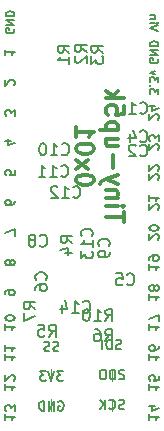
<source format=gbr>
G04 #@! TF.GenerationSoftware,KiCad,Pcbnew,5.0.1-33cea8e~66~ubuntu18.04.1*
G04 #@! TF.CreationDate,2018-10-18T22:19:59+02:00*
G04 #@! TF.ProjectId,Tiny-up5k,54696E792D7570356B2E6B696361645F,rev?*
G04 #@! TF.SameCoordinates,Original*
G04 #@! TF.FileFunction,Legend,Bot*
G04 #@! TF.FilePolarity,Positive*
%FSLAX46Y46*%
G04 Gerber Fmt 4.6, Leading zero omitted, Abs format (unit mm)*
G04 Created by KiCad (PCBNEW 5.0.1-33cea8e~66~ubuntu18.04.1) date do 18 okt 2018 22:19:59 CEST*
%MOMM*%
%LPD*%
G01*
G04 APERTURE LIST*
%ADD10C,0.300000*%
%ADD11C,0.175000*%
%ADD12C,0.200000*%
%ADD13C,0.120000*%
%ADD14C,0.150000*%
G04 APERTURE END LIST*
D10*
X154750428Y-114735857D02*
X154750428Y-113878714D01*
X153250428Y-114307285D02*
X154750428Y-114307285D01*
X153250428Y-113378714D02*
X154250428Y-113378714D01*
X154750428Y-113378714D02*
X154679000Y-113450142D01*
X154607571Y-113378714D01*
X154679000Y-113307285D01*
X154750428Y-113378714D01*
X154607571Y-113378714D01*
X154250428Y-112664428D02*
X153250428Y-112664428D01*
X154107571Y-112664428D02*
X154179000Y-112593000D01*
X154250428Y-112450142D01*
X154250428Y-112235857D01*
X154179000Y-112093000D01*
X154036142Y-112021571D01*
X153250428Y-112021571D01*
X154250428Y-111450142D02*
X153250428Y-111093000D01*
X154250428Y-110735857D02*
X153250428Y-111093000D01*
X152893285Y-111235857D01*
X152821857Y-111307285D01*
X152750428Y-111450142D01*
X153821857Y-110164428D02*
X153821857Y-109021571D01*
X154250428Y-107664428D02*
X153250428Y-107664428D01*
X154250428Y-108307285D02*
X153464714Y-108307285D01*
X153321857Y-108235857D01*
X153250428Y-108093000D01*
X153250428Y-107878714D01*
X153321857Y-107735857D01*
X153393285Y-107664428D01*
X154250428Y-106950142D02*
X152750428Y-106950142D01*
X154179000Y-106950142D02*
X154250428Y-106807285D01*
X154250428Y-106521571D01*
X154179000Y-106378714D01*
X154107571Y-106307285D01*
X153964714Y-106235857D01*
X153536142Y-106235857D01*
X153393285Y-106307285D01*
X153321857Y-106378714D01*
X153250428Y-106521571D01*
X153250428Y-106807285D01*
X153321857Y-106950142D01*
X154750428Y-104878714D02*
X154750428Y-105593000D01*
X154036142Y-105664428D01*
X154107571Y-105593000D01*
X154179000Y-105450142D01*
X154179000Y-105093000D01*
X154107571Y-104950142D01*
X154036142Y-104878714D01*
X153893285Y-104807285D01*
X153536142Y-104807285D01*
X153393285Y-104878714D01*
X153321857Y-104950142D01*
X153250428Y-105093000D01*
X153250428Y-105450142D01*
X153321857Y-105593000D01*
X153393285Y-105664428D01*
X153250428Y-104164428D02*
X154750428Y-104164428D01*
X153821857Y-104021571D02*
X153250428Y-103593000D01*
X154250428Y-103593000D02*
X153679000Y-104164428D01*
X152200428Y-111200142D02*
X152200428Y-111057285D01*
X152129000Y-110914428D01*
X152057571Y-110843000D01*
X151914714Y-110771571D01*
X151629000Y-110700142D01*
X151271857Y-110700142D01*
X150986142Y-110771571D01*
X150843285Y-110843000D01*
X150771857Y-110914428D01*
X150700428Y-111057285D01*
X150700428Y-111200142D01*
X150771857Y-111343000D01*
X150843285Y-111414428D01*
X150986142Y-111485857D01*
X151271857Y-111557285D01*
X151629000Y-111557285D01*
X151914714Y-111485857D01*
X152057571Y-111414428D01*
X152129000Y-111343000D01*
X152200428Y-111200142D01*
X150700428Y-110200142D02*
X151700428Y-109414428D01*
X151700428Y-110200142D02*
X150700428Y-109414428D01*
X152200428Y-108557285D02*
X152200428Y-108414428D01*
X152129000Y-108271571D01*
X152057571Y-108200142D01*
X151914714Y-108128714D01*
X151629000Y-108057285D01*
X151271857Y-108057285D01*
X150986142Y-108128714D01*
X150843285Y-108200142D01*
X150771857Y-108271571D01*
X150700428Y-108414428D01*
X150700428Y-108557285D01*
X150771857Y-108700142D01*
X150843285Y-108771571D01*
X150986142Y-108843000D01*
X151271857Y-108914428D01*
X151629000Y-108914428D01*
X151914714Y-108843000D01*
X152057571Y-108771571D01*
X152129000Y-108700142D01*
X152200428Y-108557285D01*
X150700428Y-106628714D02*
X150700428Y-107485857D01*
X150700428Y-107057285D02*
X152200428Y-107057285D01*
X151986142Y-107200142D01*
X151843285Y-107343000D01*
X151771857Y-107485857D01*
D11*
X145390000Y-98332433D02*
X145423333Y-98399100D01*
X145423333Y-98499100D01*
X145390000Y-98599100D01*
X145323333Y-98665766D01*
X145256666Y-98699100D01*
X145123333Y-98732433D01*
X145023333Y-98732433D01*
X144890000Y-98699100D01*
X144823333Y-98665766D01*
X144756666Y-98599100D01*
X144723333Y-98499100D01*
X144723333Y-98432433D01*
X144756666Y-98332433D01*
X144790000Y-98299100D01*
X145023333Y-98299100D01*
X145023333Y-98432433D01*
X144723333Y-97999100D02*
X145423333Y-97999100D01*
X144723333Y-97599100D01*
X145423333Y-97599100D01*
X144723333Y-97265766D02*
X145423333Y-97265766D01*
X145423333Y-97099100D01*
X145390000Y-96999100D01*
X145323333Y-96932433D01*
X145256666Y-96899100D01*
X145123333Y-96865766D01*
X145023333Y-96865766D01*
X144890000Y-96899100D01*
X144823333Y-96932433D01*
X144756666Y-96999100D01*
X144723333Y-97099100D01*
X144723333Y-97265766D01*
D12*
X144678095Y-100110528D02*
X144678095Y-100567671D01*
X144678095Y-100339100D02*
X145478095Y-100339100D01*
X145363809Y-100415290D01*
X145287619Y-100491480D01*
X145249523Y-100567671D01*
X145401904Y-103107671D02*
X145440000Y-103069576D01*
X145478095Y-102993385D01*
X145478095Y-102802909D01*
X145440000Y-102726719D01*
X145401904Y-102688623D01*
X145325714Y-102650528D01*
X145249523Y-102650528D01*
X145135238Y-102688623D01*
X144678095Y-103145766D01*
X144678095Y-102650528D01*
X154781119Y-127247690D02*
X154666833Y-127209595D01*
X154476357Y-127209595D01*
X154400166Y-127247690D01*
X154362071Y-127285785D01*
X154323976Y-127361976D01*
X154323976Y-127438166D01*
X154362071Y-127514357D01*
X154400166Y-127552452D01*
X154476357Y-127590547D01*
X154628738Y-127628642D01*
X154704928Y-127666738D01*
X154743023Y-127704833D01*
X154781119Y-127781023D01*
X154781119Y-127857214D01*
X154743023Y-127933404D01*
X154704928Y-127971500D01*
X154628738Y-128009595D01*
X154438261Y-128009595D01*
X154323976Y-127971500D01*
X153981119Y-127209595D02*
X153981119Y-128009595D01*
X153790642Y-128009595D01*
X153676357Y-127971500D01*
X153600166Y-127895309D01*
X153562071Y-127819119D01*
X153523976Y-127666738D01*
X153523976Y-127552452D01*
X153562071Y-127400071D01*
X153600166Y-127323880D01*
X153676357Y-127247690D01*
X153790642Y-127209595D01*
X153981119Y-127209595D01*
X153028738Y-128009595D02*
X152876357Y-128009595D01*
X152800166Y-127971500D01*
X152723976Y-127895309D01*
X152685880Y-127742928D01*
X152685880Y-127476261D01*
X152723976Y-127323880D01*
X152800166Y-127247690D01*
X152876357Y-127209595D01*
X153028738Y-127209595D01*
X153104928Y-127247690D01*
X153181119Y-127323880D01*
X153219214Y-127476261D01*
X153219214Y-127742928D01*
X153181119Y-127895309D01*
X153104928Y-127971500D01*
X153028738Y-128009595D01*
D11*
X157615333Y-98515766D02*
X156915333Y-98282433D01*
X157615333Y-98049100D01*
X156915333Y-97815766D02*
X157382000Y-97815766D01*
X157615333Y-97815766D02*
X157582000Y-97849100D01*
X157548666Y-97815766D01*
X157582000Y-97782433D01*
X157615333Y-97815766D01*
X157548666Y-97815766D01*
X157382000Y-97482433D02*
X156915333Y-97482433D01*
X157315333Y-97482433D02*
X157348666Y-97449100D01*
X157382000Y-97382433D01*
X157382000Y-97282433D01*
X157348666Y-97215766D01*
X157282000Y-97182433D01*
X156915333Y-97182433D01*
X157582000Y-100872433D02*
X157615333Y-100939100D01*
X157615333Y-101039100D01*
X157582000Y-101139100D01*
X157515333Y-101205766D01*
X157448666Y-101239100D01*
X157315333Y-101272433D01*
X157215333Y-101272433D01*
X157082000Y-101239100D01*
X157015333Y-101205766D01*
X156948666Y-101139100D01*
X156915333Y-101039100D01*
X156915333Y-100972433D01*
X156948666Y-100872433D01*
X156982000Y-100839100D01*
X157215333Y-100839100D01*
X157215333Y-100972433D01*
X156915333Y-100539100D02*
X157615333Y-100539100D01*
X156915333Y-100139100D01*
X157615333Y-100139100D01*
X156915333Y-99805766D02*
X157615333Y-99805766D01*
X157615333Y-99639100D01*
X157582000Y-99539100D01*
X157515333Y-99472433D01*
X157448666Y-99439100D01*
X157315333Y-99405766D01*
X157215333Y-99405766D01*
X157082000Y-99439100D01*
X157015333Y-99472433D01*
X156948666Y-99539100D01*
X156915333Y-99639100D01*
X156915333Y-99805766D01*
X157615333Y-103879100D02*
X157615333Y-103445766D01*
X157348666Y-103679100D01*
X157348666Y-103579100D01*
X157315333Y-103512433D01*
X157282000Y-103479100D01*
X157215333Y-103445766D01*
X157048666Y-103445766D01*
X156982000Y-103479100D01*
X156948666Y-103512433D01*
X156915333Y-103579100D01*
X156915333Y-103779100D01*
X156948666Y-103845766D01*
X156982000Y-103879100D01*
X156982000Y-103145766D02*
X156948666Y-103112433D01*
X156915333Y-103145766D01*
X156948666Y-103179100D01*
X156982000Y-103145766D01*
X156915333Y-103145766D01*
X157615333Y-102879100D02*
X157615333Y-102445766D01*
X157348666Y-102679100D01*
X157348666Y-102579100D01*
X157315333Y-102512433D01*
X157282000Y-102479100D01*
X157215333Y-102445766D01*
X157048666Y-102445766D01*
X156982000Y-102479100D01*
X156948666Y-102512433D01*
X156915333Y-102579100D01*
X156915333Y-102779100D01*
X156948666Y-102845766D01*
X156982000Y-102879100D01*
X157382000Y-102212433D02*
X156915333Y-102045766D01*
X157382000Y-101879100D01*
D12*
X154489047Y-125418809D02*
X154374761Y-125456904D01*
X154184285Y-125456904D01*
X154108095Y-125418809D01*
X154070000Y-125380714D01*
X154031904Y-125304523D01*
X154031904Y-125228333D01*
X154070000Y-125152142D01*
X154108095Y-125114047D01*
X154184285Y-125075952D01*
X154336666Y-125037857D01*
X154412857Y-124999761D01*
X154450952Y-124961666D01*
X154489047Y-124885476D01*
X154489047Y-124809285D01*
X154450952Y-124733095D01*
X154412857Y-124695000D01*
X154336666Y-124656904D01*
X154146190Y-124656904D01*
X154031904Y-124695000D01*
X153689047Y-125456904D02*
X153689047Y-124656904D01*
X153498571Y-124656904D01*
X153384285Y-124695000D01*
X153308095Y-124771190D01*
X153270000Y-124847380D01*
X153231904Y-124999761D01*
X153231904Y-125114047D01*
X153270000Y-125266428D01*
X153308095Y-125342619D01*
X153384285Y-125418809D01*
X153498571Y-125456904D01*
X153689047Y-125456904D01*
X152889047Y-125456904D02*
X152889047Y-124656904D01*
X154762071Y-130498809D02*
X154647785Y-130536904D01*
X154457309Y-130536904D01*
X154381119Y-130498809D01*
X154343023Y-130460714D01*
X154304928Y-130384523D01*
X154304928Y-130308333D01*
X154343023Y-130232142D01*
X154381119Y-130194047D01*
X154457309Y-130155952D01*
X154609690Y-130117857D01*
X154685880Y-130079761D01*
X154723976Y-130041666D01*
X154762071Y-129965476D01*
X154762071Y-129889285D01*
X154723976Y-129813095D01*
X154685880Y-129775000D01*
X154609690Y-129736904D01*
X154419214Y-129736904D01*
X154304928Y-129775000D01*
X153504928Y-130460714D02*
X153543023Y-130498809D01*
X153657309Y-130536904D01*
X153733500Y-130536904D01*
X153847785Y-130498809D01*
X153923976Y-130422619D01*
X153962071Y-130346428D01*
X154000166Y-130194047D01*
X154000166Y-130079761D01*
X153962071Y-129927380D01*
X153923976Y-129851190D01*
X153847785Y-129775000D01*
X153733500Y-129736904D01*
X153657309Y-129736904D01*
X153543023Y-129775000D01*
X153504928Y-129813095D01*
X153162071Y-130536904D02*
X153162071Y-129736904D01*
X152704928Y-130536904D02*
X153047785Y-130079761D01*
X152704928Y-129736904D02*
X153162071Y-130194047D01*
X149199523Y-129902000D02*
X149275714Y-129863904D01*
X149390000Y-129863904D01*
X149504285Y-129902000D01*
X149580476Y-129978190D01*
X149618571Y-130054380D01*
X149656666Y-130206761D01*
X149656666Y-130321047D01*
X149618571Y-130473428D01*
X149580476Y-130549619D01*
X149504285Y-130625809D01*
X149390000Y-130663904D01*
X149313809Y-130663904D01*
X149199523Y-130625809D01*
X149161428Y-130587714D01*
X149161428Y-130321047D01*
X149313809Y-130321047D01*
X148818571Y-130663904D02*
X148818571Y-129863904D01*
X148361428Y-130663904D01*
X148361428Y-129863904D01*
X147980476Y-130663904D02*
X147980476Y-129863904D01*
X147790000Y-129863904D01*
X147675714Y-129902000D01*
X147599523Y-129978190D01*
X147561428Y-130054380D01*
X147523333Y-130206761D01*
X147523333Y-130321047D01*
X147561428Y-130473428D01*
X147599523Y-130549619D01*
X147675714Y-130625809D01*
X147790000Y-130663904D01*
X147980476Y-130663904D01*
X149580476Y-127323904D02*
X149085238Y-127323904D01*
X149351904Y-127628666D01*
X149237619Y-127628666D01*
X149161428Y-127666761D01*
X149123333Y-127704857D01*
X149085238Y-127781047D01*
X149085238Y-127971523D01*
X149123333Y-128047714D01*
X149161428Y-128085809D01*
X149237619Y-128123904D01*
X149466190Y-128123904D01*
X149542380Y-128085809D01*
X149580476Y-128047714D01*
X148856666Y-127323904D02*
X148590000Y-128123904D01*
X148323333Y-127323904D01*
X148132857Y-127323904D02*
X147637619Y-127323904D01*
X147904285Y-127628666D01*
X147790000Y-127628666D01*
X147713809Y-127666761D01*
X147675714Y-127704857D01*
X147637619Y-127781047D01*
X147637619Y-127971523D01*
X147675714Y-128047714D01*
X147713809Y-128085809D01*
X147790000Y-128123904D01*
X148018571Y-128123904D01*
X148094761Y-128085809D01*
X148132857Y-128047714D01*
X149199523Y-125609309D02*
X149085238Y-125647404D01*
X148894761Y-125647404D01*
X148818571Y-125609309D01*
X148780476Y-125571214D01*
X148742380Y-125495023D01*
X148742380Y-125418833D01*
X148780476Y-125342642D01*
X148818571Y-125304547D01*
X148894761Y-125266452D01*
X149047142Y-125228357D01*
X149123333Y-125190261D01*
X149161428Y-125152166D01*
X149199523Y-125075976D01*
X149199523Y-124999785D01*
X149161428Y-124923595D01*
X149123333Y-124885500D01*
X149047142Y-124847404D01*
X148856666Y-124847404D01*
X148742380Y-124885500D01*
X148437619Y-125609309D02*
X148323333Y-125647404D01*
X148132857Y-125647404D01*
X148056666Y-125609309D01*
X148018571Y-125571214D01*
X147980476Y-125495023D01*
X147980476Y-125418833D01*
X148018571Y-125342642D01*
X148056666Y-125304547D01*
X148132857Y-125266452D01*
X148285238Y-125228357D01*
X148361428Y-125190261D01*
X148399523Y-125152166D01*
X148437619Y-125075976D01*
X148437619Y-124999785D01*
X148399523Y-124923595D01*
X148361428Y-124885500D01*
X148285238Y-124847404D01*
X148094761Y-124847404D01*
X147980476Y-124885500D01*
X145478095Y-105685766D02*
X145478095Y-105190528D01*
X145173333Y-105457195D01*
X145173333Y-105342909D01*
X145135238Y-105266719D01*
X145097142Y-105228623D01*
X145020952Y-105190528D01*
X144830476Y-105190528D01*
X144754285Y-105228623D01*
X144716190Y-105266719D01*
X144678095Y-105342909D01*
X144678095Y-105571480D01*
X144716190Y-105647671D01*
X144754285Y-105685766D01*
X145211428Y-107806719D02*
X144678095Y-107806719D01*
X145516190Y-107997195D02*
X144944761Y-108187671D01*
X144944761Y-107692433D01*
X145478095Y-110308623D02*
X145478095Y-110689576D01*
X145097142Y-110727671D01*
X145135238Y-110689576D01*
X145173333Y-110613385D01*
X145173333Y-110422909D01*
X145135238Y-110346719D01*
X145097142Y-110308623D01*
X145020952Y-110270528D01*
X144830476Y-110270528D01*
X144754285Y-110308623D01*
X144716190Y-110346719D01*
X144678095Y-110422909D01*
X144678095Y-110613385D01*
X144716190Y-110689576D01*
X144754285Y-110727671D01*
X145478095Y-112886719D02*
X145478095Y-113039100D01*
X145440000Y-113115290D01*
X145401904Y-113153385D01*
X145287619Y-113229576D01*
X145135238Y-113267671D01*
X144830476Y-113267671D01*
X144754285Y-113229576D01*
X144716190Y-113191480D01*
X144678095Y-113115290D01*
X144678095Y-112962909D01*
X144716190Y-112886719D01*
X144754285Y-112848623D01*
X144830476Y-112810528D01*
X145020952Y-112810528D01*
X145097142Y-112848623D01*
X145135238Y-112886719D01*
X145173333Y-112962909D01*
X145173333Y-113115290D01*
X145135238Y-113191480D01*
X145097142Y-113229576D01*
X145020952Y-113267671D01*
X145478095Y-115845766D02*
X145478095Y-115312433D01*
X144678095Y-115655290D01*
X145135238Y-118195290D02*
X145173333Y-118271480D01*
X145211428Y-118309576D01*
X145287619Y-118347671D01*
X145325714Y-118347671D01*
X145401904Y-118309576D01*
X145440000Y-118271480D01*
X145478095Y-118195290D01*
X145478095Y-118042909D01*
X145440000Y-117966719D01*
X145401904Y-117928623D01*
X145325714Y-117890528D01*
X145287619Y-117890528D01*
X145211428Y-117928623D01*
X145173333Y-117966719D01*
X145135238Y-118042909D01*
X145135238Y-118195290D01*
X145097142Y-118271480D01*
X145059047Y-118309576D01*
X144982857Y-118347671D01*
X144830476Y-118347671D01*
X144754285Y-118309576D01*
X144716190Y-118271480D01*
X144678095Y-118195290D01*
X144678095Y-118042909D01*
X144716190Y-117966719D01*
X144754285Y-117928623D01*
X144830476Y-117890528D01*
X144982857Y-117890528D01*
X145059047Y-117928623D01*
X145097142Y-117966719D01*
X145135238Y-118042909D01*
X144678095Y-120811480D02*
X144678095Y-120659100D01*
X144716190Y-120582909D01*
X144754285Y-120544814D01*
X144868571Y-120468623D01*
X145020952Y-120430528D01*
X145325714Y-120430528D01*
X145401904Y-120468623D01*
X145440000Y-120506719D01*
X145478095Y-120582909D01*
X145478095Y-120735290D01*
X145440000Y-120811480D01*
X145401904Y-120849576D01*
X145325714Y-120887671D01*
X145135238Y-120887671D01*
X145059047Y-120849576D01*
X145020952Y-120811480D01*
X144982857Y-120735290D01*
X144982857Y-120582909D01*
X145020952Y-120506719D01*
X145059047Y-120468623D01*
X145135238Y-120430528D01*
X144678095Y-123351480D02*
X144678095Y-123808623D01*
X144678095Y-123580052D02*
X145478095Y-123580052D01*
X145363809Y-123656242D01*
X145287619Y-123732433D01*
X145249523Y-123808623D01*
X145478095Y-122856242D02*
X145478095Y-122780052D01*
X145440000Y-122703861D01*
X145401904Y-122665766D01*
X145325714Y-122627671D01*
X145173333Y-122589576D01*
X144982857Y-122589576D01*
X144830476Y-122627671D01*
X144754285Y-122665766D01*
X144716190Y-122703861D01*
X144678095Y-122780052D01*
X144678095Y-122856242D01*
X144716190Y-122932433D01*
X144754285Y-122970528D01*
X144830476Y-123008623D01*
X144982857Y-123046719D01*
X145173333Y-123046719D01*
X145325714Y-123008623D01*
X145401904Y-122970528D01*
X145440000Y-122932433D01*
X145478095Y-122856242D01*
X144678095Y-125891480D02*
X144678095Y-126348623D01*
X144678095Y-126120052D02*
X145478095Y-126120052D01*
X145363809Y-126196242D01*
X145287619Y-126272433D01*
X145249523Y-126348623D01*
X144678095Y-125129576D02*
X144678095Y-125586719D01*
X144678095Y-125358147D02*
X145478095Y-125358147D01*
X145363809Y-125434338D01*
X145287619Y-125510528D01*
X145249523Y-125586719D01*
X144678095Y-128431480D02*
X144678095Y-128888623D01*
X144678095Y-128660052D02*
X145478095Y-128660052D01*
X145363809Y-128736242D01*
X145287619Y-128812433D01*
X145249523Y-128888623D01*
X145401904Y-128126719D02*
X145440000Y-128088623D01*
X145478095Y-128012433D01*
X145478095Y-127821957D01*
X145440000Y-127745766D01*
X145401904Y-127707671D01*
X145325714Y-127669576D01*
X145249523Y-127669576D01*
X145135238Y-127707671D01*
X144678095Y-128164814D01*
X144678095Y-127669576D01*
X144678095Y-130971480D02*
X144678095Y-131428623D01*
X144678095Y-131200052D02*
X145478095Y-131200052D01*
X145363809Y-131276242D01*
X145287619Y-131352433D01*
X145249523Y-131428623D01*
X145478095Y-130704814D02*
X145478095Y-130209576D01*
X145173333Y-130476242D01*
X145173333Y-130361957D01*
X145135238Y-130285766D01*
X145097142Y-130247671D01*
X145020952Y-130209576D01*
X144830476Y-130209576D01*
X144754285Y-130247671D01*
X144716190Y-130285766D01*
X144678095Y-130361957D01*
X144678095Y-130590528D01*
X144716190Y-130666719D01*
X144754285Y-130704814D01*
X157593904Y-106028623D02*
X157632000Y-105990528D01*
X157670095Y-105914338D01*
X157670095Y-105723861D01*
X157632000Y-105647671D01*
X157593904Y-105609576D01*
X157517714Y-105571480D01*
X157441523Y-105571480D01*
X157327238Y-105609576D01*
X156870095Y-106066719D01*
X156870095Y-105571480D01*
X157403428Y-104885766D02*
X156870095Y-104885766D01*
X157708190Y-105076242D02*
X157136761Y-105266719D01*
X157136761Y-104771480D01*
X157593904Y-108568623D02*
X157632000Y-108530528D01*
X157670095Y-108454338D01*
X157670095Y-108263861D01*
X157632000Y-108187671D01*
X157593904Y-108149576D01*
X157517714Y-108111480D01*
X157441523Y-108111480D01*
X157327238Y-108149576D01*
X156870095Y-108606719D01*
X156870095Y-108111480D01*
X157670095Y-107844814D02*
X157670095Y-107349576D01*
X157365333Y-107616242D01*
X157365333Y-107501957D01*
X157327238Y-107425766D01*
X157289142Y-107387671D01*
X157212952Y-107349576D01*
X157022476Y-107349576D01*
X156946285Y-107387671D01*
X156908190Y-107425766D01*
X156870095Y-107501957D01*
X156870095Y-107730528D01*
X156908190Y-107806719D01*
X156946285Y-107844814D01*
X157593904Y-111108623D02*
X157632000Y-111070528D01*
X157670095Y-110994338D01*
X157670095Y-110803861D01*
X157632000Y-110727671D01*
X157593904Y-110689576D01*
X157517714Y-110651480D01*
X157441523Y-110651480D01*
X157327238Y-110689576D01*
X156870095Y-111146719D01*
X156870095Y-110651480D01*
X157593904Y-110346719D02*
X157632000Y-110308623D01*
X157670095Y-110232433D01*
X157670095Y-110041957D01*
X157632000Y-109965766D01*
X157593904Y-109927671D01*
X157517714Y-109889576D01*
X157441523Y-109889576D01*
X157327238Y-109927671D01*
X156870095Y-110384814D01*
X156870095Y-109889576D01*
X157593904Y-113648623D02*
X157632000Y-113610528D01*
X157670095Y-113534338D01*
X157670095Y-113343861D01*
X157632000Y-113267671D01*
X157593904Y-113229576D01*
X157517714Y-113191480D01*
X157441523Y-113191480D01*
X157327238Y-113229576D01*
X156870095Y-113686719D01*
X156870095Y-113191480D01*
X156870095Y-112429576D02*
X156870095Y-112886719D01*
X156870095Y-112658147D02*
X157670095Y-112658147D01*
X157555809Y-112734338D01*
X157479619Y-112810528D01*
X157441523Y-112886719D01*
X157593904Y-116188623D02*
X157632000Y-116150528D01*
X157670095Y-116074338D01*
X157670095Y-115883861D01*
X157632000Y-115807671D01*
X157593904Y-115769576D01*
X157517714Y-115731480D01*
X157441523Y-115731480D01*
X157327238Y-115769576D01*
X156870095Y-116226719D01*
X156870095Y-115731480D01*
X157670095Y-115236242D02*
X157670095Y-115160052D01*
X157632000Y-115083861D01*
X157593904Y-115045766D01*
X157517714Y-115007671D01*
X157365333Y-114969576D01*
X157174857Y-114969576D01*
X157022476Y-115007671D01*
X156946285Y-115045766D01*
X156908190Y-115083861D01*
X156870095Y-115160052D01*
X156870095Y-115236242D01*
X156908190Y-115312433D01*
X156946285Y-115350528D01*
X157022476Y-115388623D01*
X157174857Y-115426719D01*
X157365333Y-115426719D01*
X157517714Y-115388623D01*
X157593904Y-115350528D01*
X157632000Y-115312433D01*
X157670095Y-115236242D01*
X156870095Y-118271480D02*
X156870095Y-118728623D01*
X156870095Y-118500052D02*
X157670095Y-118500052D01*
X157555809Y-118576242D01*
X157479619Y-118652433D01*
X157441523Y-118728623D01*
X156870095Y-117890528D02*
X156870095Y-117738147D01*
X156908190Y-117661957D01*
X156946285Y-117623861D01*
X157060571Y-117547671D01*
X157212952Y-117509576D01*
X157517714Y-117509576D01*
X157593904Y-117547671D01*
X157632000Y-117585766D01*
X157670095Y-117661957D01*
X157670095Y-117814338D01*
X157632000Y-117890528D01*
X157593904Y-117928623D01*
X157517714Y-117966719D01*
X157327238Y-117966719D01*
X157251047Y-117928623D01*
X157212952Y-117890528D01*
X157174857Y-117814338D01*
X157174857Y-117661957D01*
X157212952Y-117585766D01*
X157251047Y-117547671D01*
X157327238Y-117509576D01*
X156870095Y-120811480D02*
X156870095Y-121268623D01*
X156870095Y-121040052D02*
X157670095Y-121040052D01*
X157555809Y-121116242D01*
X157479619Y-121192433D01*
X157441523Y-121268623D01*
X157327238Y-120354338D02*
X157365333Y-120430528D01*
X157403428Y-120468623D01*
X157479619Y-120506719D01*
X157517714Y-120506719D01*
X157593904Y-120468623D01*
X157632000Y-120430528D01*
X157670095Y-120354338D01*
X157670095Y-120201957D01*
X157632000Y-120125766D01*
X157593904Y-120087671D01*
X157517714Y-120049576D01*
X157479619Y-120049576D01*
X157403428Y-120087671D01*
X157365333Y-120125766D01*
X157327238Y-120201957D01*
X157327238Y-120354338D01*
X157289142Y-120430528D01*
X157251047Y-120468623D01*
X157174857Y-120506719D01*
X157022476Y-120506719D01*
X156946285Y-120468623D01*
X156908190Y-120430528D01*
X156870095Y-120354338D01*
X156870095Y-120201957D01*
X156908190Y-120125766D01*
X156946285Y-120087671D01*
X157022476Y-120049576D01*
X157174857Y-120049576D01*
X157251047Y-120087671D01*
X157289142Y-120125766D01*
X157327238Y-120201957D01*
X156870095Y-123351480D02*
X156870095Y-123808623D01*
X156870095Y-123580052D02*
X157670095Y-123580052D01*
X157555809Y-123656242D01*
X157479619Y-123732433D01*
X157441523Y-123808623D01*
X157670095Y-123084814D02*
X157670095Y-122551480D01*
X156870095Y-122894338D01*
X156870095Y-125891480D02*
X156870095Y-126348623D01*
X156870095Y-126120052D02*
X157670095Y-126120052D01*
X157555809Y-126196242D01*
X157479619Y-126272433D01*
X157441523Y-126348623D01*
X157670095Y-125205766D02*
X157670095Y-125358147D01*
X157632000Y-125434338D01*
X157593904Y-125472433D01*
X157479619Y-125548623D01*
X157327238Y-125586719D01*
X157022476Y-125586719D01*
X156946285Y-125548623D01*
X156908190Y-125510528D01*
X156870095Y-125434338D01*
X156870095Y-125281957D01*
X156908190Y-125205766D01*
X156946285Y-125167671D01*
X157022476Y-125129576D01*
X157212952Y-125129576D01*
X157289142Y-125167671D01*
X157327238Y-125205766D01*
X157365333Y-125281957D01*
X157365333Y-125434338D01*
X157327238Y-125510528D01*
X157289142Y-125548623D01*
X157212952Y-125586719D01*
X156870095Y-128431480D02*
X156870095Y-128888623D01*
X156870095Y-128660052D02*
X157670095Y-128660052D01*
X157555809Y-128736242D01*
X157479619Y-128812433D01*
X157441523Y-128888623D01*
X157670095Y-127707671D02*
X157670095Y-128088623D01*
X157289142Y-128126719D01*
X157327238Y-128088623D01*
X157365333Y-128012433D01*
X157365333Y-127821957D01*
X157327238Y-127745766D01*
X157289142Y-127707671D01*
X157212952Y-127669576D01*
X157022476Y-127669576D01*
X156946285Y-127707671D01*
X156908190Y-127745766D01*
X156870095Y-127821957D01*
X156870095Y-128012433D01*
X156908190Y-128088623D01*
X156946285Y-128126719D01*
X156870095Y-130971480D02*
X156870095Y-131428623D01*
X156870095Y-131200052D02*
X157670095Y-131200052D01*
X157555809Y-131276242D01*
X157479619Y-131352433D01*
X157441523Y-131428623D01*
X157403428Y-130285766D02*
X156870095Y-130285766D01*
X157708190Y-130476242D02*
X157136761Y-130666719D01*
X157136761Y-130171480D01*
D13*
G04 #@! TO.C,J5*
X148545000Y-130685000D02*
X148545000Y-129665000D01*
X153745000Y-130685000D02*
X153745000Y-129665000D01*
X148545000Y-128145000D02*
X148545000Y-127125000D01*
X153745000Y-128145000D02*
X153745000Y-127125000D01*
G04 #@! TO.C,C12*
D14*
X150439357Y-112561642D02*
X150486976Y-112609261D01*
X150629833Y-112656880D01*
X150725071Y-112656880D01*
X150867928Y-112609261D01*
X150963166Y-112514023D01*
X151010785Y-112418785D01*
X151058404Y-112228309D01*
X151058404Y-112085452D01*
X151010785Y-111894976D01*
X150963166Y-111799738D01*
X150867928Y-111704500D01*
X150725071Y-111656880D01*
X150629833Y-111656880D01*
X150486976Y-111704500D01*
X150439357Y-111752119D01*
X149486976Y-112656880D02*
X150058404Y-112656880D01*
X149772690Y-112656880D02*
X149772690Y-111656880D01*
X149867928Y-111799738D01*
X149963166Y-111894976D01*
X150058404Y-111942595D01*
X149106023Y-111752119D02*
X149058404Y-111704500D01*
X148963166Y-111656880D01*
X148725071Y-111656880D01*
X148629833Y-111704500D01*
X148582214Y-111752119D01*
X148534595Y-111847357D01*
X148534595Y-111942595D01*
X148582214Y-112085452D01*
X149153642Y-112656880D01*
X148534595Y-112656880D01*
G04 #@! TO.C,C1*
X156102666Y-105450242D02*
X156150285Y-105497861D01*
X156293142Y-105545480D01*
X156388380Y-105545480D01*
X156531238Y-105497861D01*
X156626476Y-105402623D01*
X156674095Y-105307385D01*
X156721714Y-105116909D01*
X156721714Y-104974052D01*
X156674095Y-104783576D01*
X156626476Y-104688338D01*
X156531238Y-104593100D01*
X156388380Y-104545480D01*
X156293142Y-104545480D01*
X156150285Y-104593100D01*
X156102666Y-104640719D01*
X155150285Y-105545480D02*
X155721714Y-105545480D01*
X155436000Y-105545480D02*
X155436000Y-104545480D01*
X155531238Y-104688338D01*
X155626476Y-104783576D01*
X155721714Y-104831195D01*
G04 #@! TO.C,C2*
X156102666Y-109050242D02*
X156150285Y-109097861D01*
X156293142Y-109145480D01*
X156388380Y-109145480D01*
X156531238Y-109097861D01*
X156626476Y-109002623D01*
X156674095Y-108907385D01*
X156721714Y-108716909D01*
X156721714Y-108574052D01*
X156674095Y-108383576D01*
X156626476Y-108288338D01*
X156531238Y-108193100D01*
X156388380Y-108145480D01*
X156293142Y-108145480D01*
X156150285Y-108193100D01*
X156102666Y-108240719D01*
X155721714Y-108240719D02*
X155674095Y-108193100D01*
X155578857Y-108145480D01*
X155340761Y-108145480D01*
X155245523Y-108193100D01*
X155197904Y-108240719D01*
X155150285Y-108335957D01*
X155150285Y-108431195D01*
X155197904Y-108574052D01*
X155769333Y-109145480D01*
X155150285Y-109145480D01*
G04 #@! TO.C,C4*
X156102666Y-107850242D02*
X156150285Y-107897861D01*
X156293142Y-107945480D01*
X156388380Y-107945480D01*
X156531238Y-107897861D01*
X156626476Y-107802623D01*
X156674095Y-107707385D01*
X156721714Y-107516909D01*
X156721714Y-107374052D01*
X156674095Y-107183576D01*
X156626476Y-107088338D01*
X156531238Y-106993100D01*
X156388380Y-106945480D01*
X156293142Y-106945480D01*
X156150285Y-106993100D01*
X156102666Y-107040719D01*
X155245523Y-107278814D02*
X155245523Y-107945480D01*
X155483619Y-106897861D02*
X155721714Y-107612147D01*
X155102666Y-107612147D01*
G04 #@! TO.C,C5*
X155002666Y-119964142D02*
X155050285Y-120011761D01*
X155193142Y-120059380D01*
X155288380Y-120059380D01*
X155431238Y-120011761D01*
X155526476Y-119916523D01*
X155574095Y-119821285D01*
X155621714Y-119630809D01*
X155621714Y-119487952D01*
X155574095Y-119297476D01*
X155526476Y-119202238D01*
X155431238Y-119107000D01*
X155288380Y-119059380D01*
X155193142Y-119059380D01*
X155050285Y-119107000D01*
X155002666Y-119154619D01*
X154097904Y-119059380D02*
X154574095Y-119059380D01*
X154621714Y-119535571D01*
X154574095Y-119487952D01*
X154478857Y-119440333D01*
X154240761Y-119440333D01*
X154145523Y-119487952D01*
X154097904Y-119535571D01*
X154050285Y-119630809D01*
X154050285Y-119868904D01*
X154097904Y-119964142D01*
X154145523Y-120011761D01*
X154240761Y-120059380D01*
X154478857Y-120059380D01*
X154574095Y-120011761D01*
X154621714Y-119964142D01*
G04 #@! TO.C,C6*
X148121642Y-119594333D02*
X148169261Y-119546714D01*
X148216880Y-119403857D01*
X148216880Y-119308619D01*
X148169261Y-119165761D01*
X148074023Y-119070523D01*
X147978785Y-119022904D01*
X147788309Y-118975285D01*
X147645452Y-118975285D01*
X147454976Y-119022904D01*
X147359738Y-119070523D01*
X147264500Y-119165761D01*
X147216880Y-119308619D01*
X147216880Y-119403857D01*
X147264500Y-119546714D01*
X147312119Y-119594333D01*
X147216880Y-120451476D02*
X147216880Y-120261000D01*
X147264500Y-120165761D01*
X147312119Y-120118142D01*
X147454976Y-120022904D01*
X147645452Y-119975285D01*
X148026404Y-119975285D01*
X148121642Y-120022904D01*
X148169261Y-120070523D01*
X148216880Y-120165761D01*
X148216880Y-120356238D01*
X148169261Y-120451476D01*
X148121642Y-120499095D01*
X148026404Y-120546714D01*
X147788309Y-120546714D01*
X147693071Y-120499095D01*
X147645452Y-120451476D01*
X147597833Y-120356238D01*
X147597833Y-120165761D01*
X147645452Y-120070523D01*
X147693071Y-120022904D01*
X147788309Y-119975285D01*
G04 #@! TO.C,C8*
X147613666Y-116689142D02*
X147661285Y-116736761D01*
X147804142Y-116784380D01*
X147899380Y-116784380D01*
X148042238Y-116736761D01*
X148137476Y-116641523D01*
X148185095Y-116546285D01*
X148232714Y-116355809D01*
X148232714Y-116212952D01*
X148185095Y-116022476D01*
X148137476Y-115927238D01*
X148042238Y-115832000D01*
X147899380Y-115784380D01*
X147804142Y-115784380D01*
X147661285Y-115832000D01*
X147613666Y-115879619D01*
X147042238Y-116212952D02*
X147137476Y-116165333D01*
X147185095Y-116117714D01*
X147232714Y-116022476D01*
X147232714Y-115974857D01*
X147185095Y-115879619D01*
X147137476Y-115832000D01*
X147042238Y-115784380D01*
X146851761Y-115784380D01*
X146756523Y-115832000D01*
X146708904Y-115879619D01*
X146661285Y-115974857D01*
X146661285Y-116022476D01*
X146708904Y-116117714D01*
X146756523Y-116165333D01*
X146851761Y-116212952D01*
X147042238Y-116212952D01*
X147137476Y-116260571D01*
X147185095Y-116308190D01*
X147232714Y-116403428D01*
X147232714Y-116593904D01*
X147185095Y-116689142D01*
X147137476Y-116736761D01*
X147042238Y-116784380D01*
X146851761Y-116784380D01*
X146756523Y-116736761D01*
X146708904Y-116689142D01*
X146661285Y-116593904D01*
X146661285Y-116403428D01*
X146708904Y-116308190D01*
X146756523Y-116260571D01*
X146851761Y-116212952D01*
G04 #@! TO.C,C9*
X153455642Y-116736833D02*
X153503261Y-116689214D01*
X153550880Y-116546357D01*
X153550880Y-116451119D01*
X153503261Y-116308261D01*
X153408023Y-116213023D01*
X153312785Y-116165404D01*
X153122309Y-116117785D01*
X152979452Y-116117785D01*
X152788976Y-116165404D01*
X152693738Y-116213023D01*
X152598500Y-116308261D01*
X152550880Y-116451119D01*
X152550880Y-116546357D01*
X152598500Y-116689214D01*
X152646119Y-116736833D01*
X153550880Y-117213023D02*
X153550880Y-117403500D01*
X153503261Y-117498738D01*
X153455642Y-117546357D01*
X153312785Y-117641595D01*
X153122309Y-117689214D01*
X152741357Y-117689214D01*
X152646119Y-117641595D01*
X152598500Y-117593976D01*
X152550880Y-117498738D01*
X152550880Y-117308261D01*
X152598500Y-117213023D01*
X152646119Y-117165404D01*
X152741357Y-117117785D01*
X152979452Y-117117785D01*
X153074690Y-117165404D01*
X153122309Y-117213023D01*
X153169928Y-117308261D01*
X153169928Y-117498738D01*
X153122309Y-117593976D01*
X153074690Y-117641595D01*
X152979452Y-117689214D01*
G04 #@! TO.C,C10*
X149486857Y-108942142D02*
X149534476Y-108989761D01*
X149677333Y-109037380D01*
X149772571Y-109037380D01*
X149915428Y-108989761D01*
X150010666Y-108894523D01*
X150058285Y-108799285D01*
X150105904Y-108608809D01*
X150105904Y-108465952D01*
X150058285Y-108275476D01*
X150010666Y-108180238D01*
X149915428Y-108085000D01*
X149772571Y-108037380D01*
X149677333Y-108037380D01*
X149534476Y-108085000D01*
X149486857Y-108132619D01*
X148534476Y-109037380D02*
X149105904Y-109037380D01*
X148820190Y-109037380D02*
X148820190Y-108037380D01*
X148915428Y-108180238D01*
X149010666Y-108275476D01*
X149105904Y-108323095D01*
X147915428Y-108037380D02*
X147820190Y-108037380D01*
X147724952Y-108085000D01*
X147677333Y-108132619D01*
X147629714Y-108227857D01*
X147582095Y-108418333D01*
X147582095Y-108656428D01*
X147629714Y-108846904D01*
X147677333Y-108942142D01*
X147724952Y-108989761D01*
X147820190Y-109037380D01*
X147915428Y-109037380D01*
X148010666Y-108989761D01*
X148058285Y-108942142D01*
X148105904Y-108846904D01*
X148153523Y-108656428D01*
X148153523Y-108418333D01*
X148105904Y-108227857D01*
X148058285Y-108132619D01*
X148010666Y-108085000D01*
X147915428Y-108037380D01*
G04 #@! TO.C,C11*
X149423357Y-110783642D02*
X149470976Y-110831261D01*
X149613833Y-110878880D01*
X149709071Y-110878880D01*
X149851928Y-110831261D01*
X149947166Y-110736023D01*
X149994785Y-110640785D01*
X150042404Y-110450309D01*
X150042404Y-110307452D01*
X149994785Y-110116976D01*
X149947166Y-110021738D01*
X149851928Y-109926500D01*
X149709071Y-109878880D01*
X149613833Y-109878880D01*
X149470976Y-109926500D01*
X149423357Y-109974119D01*
X148470976Y-110878880D02*
X149042404Y-110878880D01*
X148756690Y-110878880D02*
X148756690Y-109878880D01*
X148851928Y-110021738D01*
X148947166Y-110116976D01*
X149042404Y-110164595D01*
X147518595Y-110878880D02*
X148090023Y-110878880D01*
X147804309Y-110878880D02*
X147804309Y-109878880D01*
X147899547Y-110021738D01*
X147994785Y-110116976D01*
X148090023Y-110164595D01*
G04 #@! TO.C,C13*
X151995142Y-115879642D02*
X152042761Y-115832023D01*
X152090380Y-115689166D01*
X152090380Y-115593928D01*
X152042761Y-115451071D01*
X151947523Y-115355833D01*
X151852285Y-115308214D01*
X151661809Y-115260595D01*
X151518952Y-115260595D01*
X151328476Y-115308214D01*
X151233238Y-115355833D01*
X151138000Y-115451071D01*
X151090380Y-115593928D01*
X151090380Y-115689166D01*
X151138000Y-115832023D01*
X151185619Y-115879642D01*
X152090380Y-116832023D02*
X152090380Y-116260595D01*
X152090380Y-116546309D02*
X151090380Y-116546309D01*
X151233238Y-116451071D01*
X151328476Y-116355833D01*
X151376095Y-116260595D01*
X151090380Y-117165357D02*
X151090380Y-117784404D01*
X151471333Y-117451071D01*
X151471333Y-117593928D01*
X151518952Y-117689166D01*
X151566571Y-117736785D01*
X151661809Y-117784404D01*
X151899904Y-117784404D01*
X151995142Y-117736785D01*
X152042761Y-117689166D01*
X152090380Y-117593928D01*
X152090380Y-117308214D01*
X152042761Y-117212976D01*
X151995142Y-117165357D01*
G04 #@! TO.C,C14*
X151287857Y-122277142D02*
X151335476Y-122324761D01*
X151478333Y-122372380D01*
X151573571Y-122372380D01*
X151716428Y-122324761D01*
X151811666Y-122229523D01*
X151859285Y-122134285D01*
X151906904Y-121943809D01*
X151906904Y-121800952D01*
X151859285Y-121610476D01*
X151811666Y-121515238D01*
X151716428Y-121420000D01*
X151573571Y-121372380D01*
X151478333Y-121372380D01*
X151335476Y-121420000D01*
X151287857Y-121467619D01*
X150335476Y-122372380D02*
X150906904Y-122372380D01*
X150621190Y-122372380D02*
X150621190Y-121372380D01*
X150716428Y-121515238D01*
X150811666Y-121610476D01*
X150906904Y-121658095D01*
X149478333Y-121705714D02*
X149478333Y-122372380D01*
X149716428Y-121324761D02*
X149954523Y-122039047D01*
X149335476Y-122039047D01*
G04 #@! TO.C,R1*
X150121880Y-100353833D02*
X149645690Y-100020500D01*
X150121880Y-99782404D02*
X149121880Y-99782404D01*
X149121880Y-100163357D01*
X149169500Y-100258595D01*
X149217119Y-100306214D01*
X149312357Y-100353833D01*
X149455214Y-100353833D01*
X149550452Y-100306214D01*
X149598071Y-100258595D01*
X149645690Y-100163357D01*
X149645690Y-99782404D01*
X150121880Y-101306214D02*
X150121880Y-100734785D01*
X150121880Y-101020500D02*
X149121880Y-101020500D01*
X149264738Y-100925261D01*
X149359976Y-100830023D01*
X149407595Y-100734785D01*
G04 #@! TO.C,R2*
X151582380Y-100290333D02*
X151106190Y-99957000D01*
X151582380Y-99718904D02*
X150582380Y-99718904D01*
X150582380Y-100099857D01*
X150630000Y-100195095D01*
X150677619Y-100242714D01*
X150772857Y-100290333D01*
X150915714Y-100290333D01*
X151010952Y-100242714D01*
X151058571Y-100195095D01*
X151106190Y-100099857D01*
X151106190Y-99718904D01*
X150677619Y-100671285D02*
X150630000Y-100718904D01*
X150582380Y-100814142D01*
X150582380Y-101052238D01*
X150630000Y-101147476D01*
X150677619Y-101195095D01*
X150772857Y-101242714D01*
X150868095Y-101242714D01*
X151010952Y-101195095D01*
X151582380Y-100623666D01*
X151582380Y-101242714D01*
G04 #@! TO.C,R3*
X152979380Y-100353833D02*
X152503190Y-100020500D01*
X152979380Y-99782404D02*
X151979380Y-99782404D01*
X151979380Y-100163357D01*
X152027000Y-100258595D01*
X152074619Y-100306214D01*
X152169857Y-100353833D01*
X152312714Y-100353833D01*
X152407952Y-100306214D01*
X152455571Y-100258595D01*
X152503190Y-100163357D01*
X152503190Y-99782404D01*
X151979380Y-100687166D02*
X151979380Y-101306214D01*
X152360333Y-100972880D01*
X152360333Y-101115738D01*
X152407952Y-101210976D01*
X152455571Y-101258595D01*
X152550809Y-101306214D01*
X152788904Y-101306214D01*
X152884142Y-101258595D01*
X152931761Y-101210976D01*
X152979380Y-101115738D01*
X152979380Y-100830023D01*
X152931761Y-100734785D01*
X152884142Y-100687166D01*
G04 #@! TO.C,R4*
X150375880Y-116482833D02*
X149899690Y-116149500D01*
X150375880Y-115911404D02*
X149375880Y-115911404D01*
X149375880Y-116292357D01*
X149423500Y-116387595D01*
X149471119Y-116435214D01*
X149566357Y-116482833D01*
X149709214Y-116482833D01*
X149804452Y-116435214D01*
X149852071Y-116387595D01*
X149899690Y-116292357D01*
X149899690Y-115911404D01*
X149709214Y-117339976D02*
X150375880Y-117339976D01*
X149328261Y-117101880D02*
X150042547Y-116863785D01*
X150042547Y-117482833D01*
G04 #@! TO.C,R5*
X148375666Y-124404380D02*
X148709000Y-123928190D01*
X148947095Y-124404380D02*
X148947095Y-123404380D01*
X148566142Y-123404380D01*
X148470904Y-123452000D01*
X148423285Y-123499619D01*
X148375666Y-123594857D01*
X148375666Y-123737714D01*
X148423285Y-123832952D01*
X148470904Y-123880571D01*
X148566142Y-123928190D01*
X148947095Y-123928190D01*
X147470904Y-123404380D02*
X147947095Y-123404380D01*
X147994714Y-123880571D01*
X147947095Y-123832952D01*
X147851857Y-123785333D01*
X147613761Y-123785333D01*
X147518523Y-123832952D01*
X147470904Y-123880571D01*
X147423285Y-123975809D01*
X147423285Y-124213904D01*
X147470904Y-124309142D01*
X147518523Y-124356761D01*
X147613761Y-124404380D01*
X147851857Y-124404380D01*
X147947095Y-124356761D01*
X147994714Y-124309142D01*
G04 #@! TO.C,R6*
X153138166Y-124785380D02*
X153471500Y-124309190D01*
X153709595Y-124785380D02*
X153709595Y-123785380D01*
X153328642Y-123785380D01*
X153233404Y-123833000D01*
X153185785Y-123880619D01*
X153138166Y-123975857D01*
X153138166Y-124118714D01*
X153185785Y-124213952D01*
X153233404Y-124261571D01*
X153328642Y-124309190D01*
X153709595Y-124309190D01*
X152281023Y-123785380D02*
X152471500Y-123785380D01*
X152566738Y-123833000D01*
X152614357Y-123880619D01*
X152709595Y-124023476D01*
X152757214Y-124213952D01*
X152757214Y-124594904D01*
X152709595Y-124690142D01*
X152661976Y-124737761D01*
X152566738Y-124785380D01*
X152376261Y-124785380D01*
X152281023Y-124737761D01*
X152233404Y-124690142D01*
X152185785Y-124594904D01*
X152185785Y-124356809D01*
X152233404Y-124261571D01*
X152281023Y-124213952D01*
X152376261Y-124166333D01*
X152566738Y-124166333D01*
X152661976Y-124213952D01*
X152709595Y-124261571D01*
X152757214Y-124356809D01*
G04 #@! TO.C,R7*
X147237380Y-122076333D02*
X146761190Y-121743000D01*
X147237380Y-121504904D02*
X146237380Y-121504904D01*
X146237380Y-121885857D01*
X146285000Y-121981095D01*
X146332619Y-122028714D01*
X146427857Y-122076333D01*
X146570714Y-122076333D01*
X146665952Y-122028714D01*
X146713571Y-121981095D01*
X146761190Y-121885857D01*
X146761190Y-121504904D01*
X146237380Y-122409666D02*
X146237380Y-123076333D01*
X147237380Y-122647761D01*
G04 #@! TO.C,R10*
X153169857Y-123070880D02*
X153503190Y-122594690D01*
X153741285Y-123070880D02*
X153741285Y-122070880D01*
X153360333Y-122070880D01*
X153265095Y-122118500D01*
X153217476Y-122166119D01*
X153169857Y-122261357D01*
X153169857Y-122404214D01*
X153217476Y-122499452D01*
X153265095Y-122547071D01*
X153360333Y-122594690D01*
X153741285Y-122594690D01*
X152217476Y-123070880D02*
X152788904Y-123070880D01*
X152503190Y-123070880D02*
X152503190Y-122070880D01*
X152598428Y-122213738D01*
X152693666Y-122308976D01*
X152788904Y-122356595D01*
X151598428Y-122070880D02*
X151503190Y-122070880D01*
X151407952Y-122118500D01*
X151360333Y-122166119D01*
X151312714Y-122261357D01*
X151265095Y-122451833D01*
X151265095Y-122689928D01*
X151312714Y-122880404D01*
X151360333Y-122975642D01*
X151407952Y-123023261D01*
X151503190Y-123070880D01*
X151598428Y-123070880D01*
X151693666Y-123023261D01*
X151741285Y-122975642D01*
X151788904Y-122880404D01*
X151836523Y-122689928D01*
X151836523Y-122451833D01*
X151788904Y-122261357D01*
X151741285Y-122166119D01*
X151693666Y-122118500D01*
X151598428Y-122070880D01*
G04 #@! TD*
M02*

</source>
